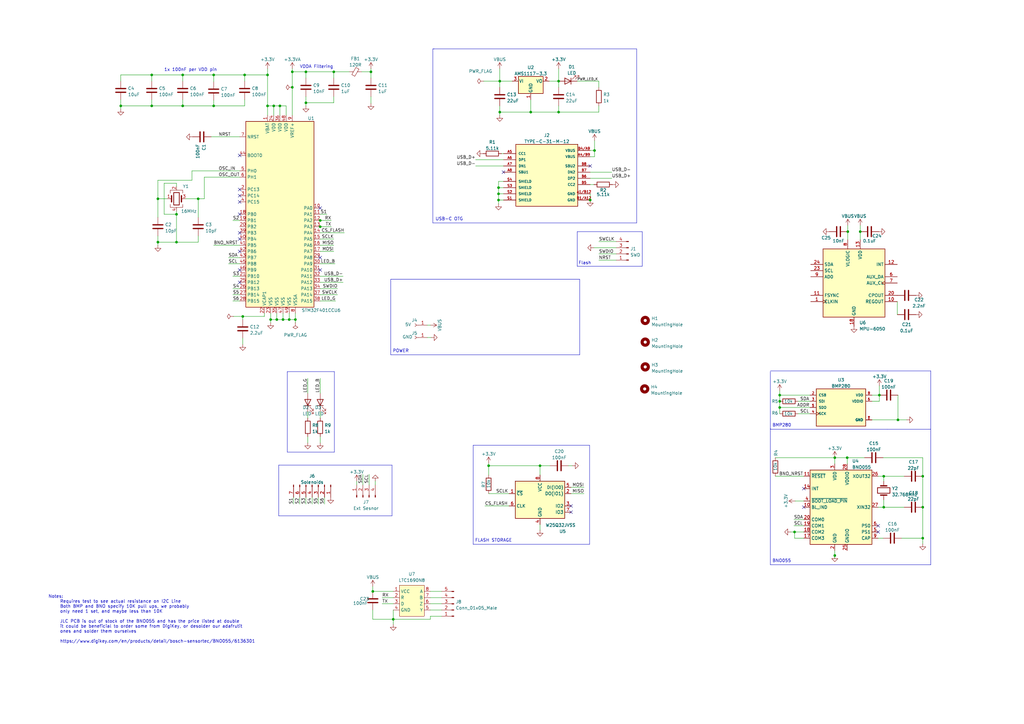
<source format=kicad_sch>
(kicad_sch (version 20230121) (generator eeschema)
  (paper "A3")
  (junction (at 325.882 218.186))
  (junction (at 99.568 129.794))
  (junction (at 74.93 30.734))
  (junction (at 319.786 167.132))
  (junction (at 110.998 131.064))
  (junction (at 342.392 187.706))
  (junction (at 229.108 45.974))
  (junction (at 319.786 162.052))
  (junction (at 362.458 208.026))
  (junction (at 368.3 172.212))
  (junction (at 319.786 164.592))
  (junction (at 243.84 61.722))
  (junction (at 342.392 227.838))
  (junction (at 72.39 87.884))
  (junction (at 81.28 81.534))
  (junction (at 74.93 43.434))
  (junction (at 204.47 76.962))
  (junction (at 362.458 195.326))
  (junction (at 352.806 94.996))
  (junction (at 64.77 99.314))
  (junction (at 204.47 82.042))
  (junction (at 136.906 29.464))
  (junction (at 378.46 195.326))
  (junction (at 64.77 81.534))
  (junction (at 118.618 131.064))
  (junction (at 87.63 30.734))
  (junction (at 72.39 99.314))
  (junction (at 125.476 29.464))
  (junction (at 204.47 79.502))
  (junction (at 113.538 131.064))
  (junction (at 152.146 29.464))
  (junction (at 360.68 162.052))
  (junction (at 221.488 191.008))
  (junction (at 204.978 33.274))
  (junction (at 161.29 254))
  (junction (at 114.808 43.434))
  (junction (at 378.46 220.726))
  (junction (at 347.472 187.706))
  (junction (at 229.108 33.274))
  (junction (at 119.888 35.814))
  (junction (at 116.078 131.064))
  (junction (at 119.888 29.464))
  (junction (at 100.33 30.734))
  (junction (at 109.728 30.734))
  (junction (at 347.726 94.996))
  (junction (at 112.268 43.434))
  (junction (at 217.678 45.974))
  (junction (at 109.728 43.434))
  (junction (at 152.908 242.57))
  (junction (at 62.23 30.734))
  (junction (at 131.318 92.964))
  (junction (at 49.53 43.434))
  (junction (at 131.318 90.424))
  (junction (at 121.158 131.064))
  (junction (at 62.23 43.434))
  (junction (at 125.476 42.164))
  (junction (at 204.978 45.974))
  (junction (at 242.062 82.042))
  (junction (at 200.406 191.008))
  (junction (at 87.63 43.434))
  (junction (at 378.46 208.026))
  (no_connect (at 206.502 70.612))
  (no_connect (at 98.298 115.824))
  (no_connect (at 98.298 110.744))
  (no_connect (at 98.298 98.044))
  (no_connect (at 98.298 77.724))
  (no_connect (at 131.318 85.344))
  (no_connect (at 98.298 80.264))
  (no_connect (at 98.298 82.804))
  (no_connect (at 98.298 87.884))
  (no_connect (at 98.298 63.754))
  (no_connect (at 242.062 68.072))
  (no_connect (at 329.692 200.406))
  (no_connect (at 360.172 218.186))
  (no_connect (at 360.172 215.646))
  (no_connect (at 329.692 208.026))
  (no_connect (at 98.298 103.124))
  (no_connect (at 131.318 110.744))
  (no_connect (at 131.318 105.664))
  (no_connect (at 98.298 95.504))
  (no_connect (at 234.188 207.518))
  (no_connect (at 234.188 210.058))
  (wire (pts (xy 362.458 195.326) (xy 370.84 195.326)))
  (wire (pts (xy 156.718 245.11) (xy 161.29 245.11)))
  (polyline (pts (xy 236.728 94.996) (xy 236.728 109.22)))
  (wire (pts (xy 100.33 30.734) (xy 109.728 30.734)))
  (wire (pts (xy 161.29 254) (xy 161.29 250.19)))
  (wire (pts (xy 229.108 43.434) (xy 229.108 45.974)))
  (wire (pts (xy 362.204 187.706) (xy 378.46 187.706)))
  (polyline (pts (xy 315.976 152.4) (xy 315.976 176.022)))
  (wire (pts (xy 99.568 138.684) (xy 99.568 141.224)))
  (wire (pts (xy 72.39 87.884) (xy 72.39 86.614)))
  (wire (pts (xy 325.882 220.726) (xy 325.882 218.186)))
  (wire (pts (xy 319.786 164.592) (xy 319.786 167.132)))
  (wire (pts (xy 78.74 70.104) (xy 78.74 73.914)))
  (wire (pts (xy 252.73 99.06) (xy 245.618 99.06)))
  (wire (pts (xy 176.53 242.57) (xy 181.102 242.57)))
  (wire (pts (xy 64.77 81.534) (xy 64.77 89.154)))
  (wire (pts (xy 198.882 207.518) (xy 208.788 207.518)))
  (wire (pts (xy 136.906 39.624) (xy 136.906 42.164)))
  (wire (pts (xy 126.238 168.91) (xy 126.238 171.45)))
  (wire (pts (xy 119.888 35.814) (xy 119.888 47.244)))
  (wire (pts (xy 217.678 40.894) (xy 217.678 45.974)))
  (polyline (pts (xy 114.3 190.754) (xy 114.3 211.582)))
  (wire (pts (xy 126.238 179.07) (xy 126.238 181.61)))
  (polyline (pts (xy 381.762 231.648) (xy 381.762 176.022)))
  (wire (pts (xy 62.23 40.894) (xy 62.23 43.434)))
  (wire (pts (xy 362.458 208.026) (xy 360.172 208.026)))
  (wire (pts (xy 204.978 33.274) (xy 210.058 33.274)))
  (wire (pts (xy 360.172 220.726) (xy 362.204 220.726)))
  (polyline (pts (xy 160.274 145.542) (xy 237.744 145.542)))
  (wire (pts (xy 326.136 205.486) (xy 329.692 205.486)))
  (wire (pts (xy 109.728 28.194) (xy 109.728 30.734)))
  (wire (pts (xy 64.77 81.534) (xy 68.58 81.534)))
  (wire (pts (xy 74.93 40.894) (xy 74.93 43.434)))
  (wire (pts (xy 347.726 94.996) (xy 347.726 98.298)))
  (wire (pts (xy 378.46 195.326) (xy 378.46 208.026)))
  (wire (pts (xy 243.84 61.722) (xy 242.062 61.722)))
  (polyline (pts (xy 261.112 91.44) (xy 177.546 91.44)))
  (wire (pts (xy 242.062 70.612) (xy 250.952 70.612)))
  (wire (pts (xy 114.808 43.434) (xy 112.268 43.434)))
  (polyline (pts (xy 114.3 190.754) (xy 160.782 190.754)))
  (wire (pts (xy 152.146 28.194) (xy 152.146 29.464)))
  (wire (pts (xy 81.28 81.534) (xy 81.28 89.154)))
  (wire (pts (xy 342.392 225.806) (xy 342.392 227.838)))
  (wire (pts (xy 113.538 128.524) (xy 113.538 131.064)))
  (wire (pts (xy 200.406 189.992) (xy 200.406 191.008)))
  (wire (pts (xy 64.77 96.774) (xy 64.77 99.314)))
  (wire (pts (xy 78.74 73.914) (xy 64.77 73.914)))
  (wire (pts (xy 100.33 43.434) (xy 87.63 43.434)))
  (wire (pts (xy 204.978 28.194) (xy 204.978 33.274)))
  (wire (pts (xy 234.188 202.438) (xy 239.522 202.438)))
  (wire (pts (xy 67.31 75.184) (xy 67.31 87.884)))
  (polyline (pts (xy 381.762 152.146) (xy 381.762 176.022)))
  (wire (pts (xy 360.68 158.242) (xy 360.68 162.052)))
  (wire (pts (xy 229.108 45.974) (xy 217.678 45.974)))
  (wire (pts (xy 125.476 39.624) (xy 125.476 42.164)))
  (polyline (pts (xy 241.808 223.266) (xy 194.056 223.266)))
  (wire (pts (xy 100.33 33.274) (xy 100.33 30.734)))
  (polyline (pts (xy 194.056 182.626) (xy 241.808 182.626)))
  (wire (pts (xy 72.39 87.884) (xy 72.39 99.314)))
  (wire (pts (xy 130.556 206.756) (xy 130.556 203.962)))
  (wire (pts (xy 136.906 32.004) (xy 136.906 29.464)))
  (wire (pts (xy 72.39 75.184) (xy 67.31 75.184)))
  (wire (pts (xy 319.786 167.132) (xy 332.232 167.132)))
  (polyline (pts (xy 194.056 182.626) (xy 194.056 223.266)))
  (wire (pts (xy 126.238 155.194) (xy 126.238 161.29)))
  (wire (pts (xy 152.146 39.624) (xy 152.146 42.418)))
  (wire (pts (xy 131.318 115.824) (xy 140.716 115.824)))
  (polyline (pts (xy 117.856 185.42) (xy 137.16 185.42)))
  (wire (pts (xy 357.632 164.592) (xy 360.68 164.592)))
  (wire (pts (xy 368.3 172.212) (xy 371.856 172.212)))
  (wire (pts (xy 148.844 194.564) (xy 148.844 198.882)))
  (wire (pts (xy 204.978 33.274) (xy 204.978 35.814)))
  (polyline (pts (xy 315.976 152.146) (xy 363.982 152.146)))
  (wire (pts (xy 204.47 76.962) (xy 204.47 79.502)))
  (wire (pts (xy 86.614 56.134) (xy 98.298 56.134)))
  (wire (pts (xy 318.008 195.326) (xy 329.692 195.326)))
  (wire (pts (xy 121.158 131.064) (xy 121.158 132.334)))
  (wire (pts (xy 347.472 187.706) (xy 347.472 190.246)))
  (wire (pts (xy 109.728 30.734) (xy 109.728 43.434)))
  (wire (pts (xy 342.392 187.706) (xy 342.392 190.246)))
  (wire (pts (xy 152.908 254) (xy 161.29 254)))
  (wire (pts (xy 95.758 129.794) (xy 99.568 129.794)))
  (wire (pts (xy 131.318 123.444) (xy 137.668 123.444)))
  (wire (pts (xy 125.476 42.164) (xy 136.906 42.164)))
  (wire (pts (xy 117.348 43.434) (xy 114.808 43.434)))
  (wire (pts (xy 152.908 250.19) (xy 152.908 254)))
  (wire (pts (xy 245.618 33.274) (xy 245.618 35.814)))
  (wire (pts (xy 131.318 179.07) (xy 131.318 181.61)))
  (wire (pts (xy 198.374 33.274) (xy 204.978 33.274)))
  (wire (pts (xy 369.824 220.726) (xy 378.46 220.726)))
  (wire (pts (xy 113.538 131.064) (xy 110.998 131.064)))
  (polyline (pts (xy 160.274 114.554) (xy 160.274 145.542)))
  (wire (pts (xy 204.47 79.502) (xy 206.502 79.502)))
  (wire (pts (xy 245.618 45.974) (xy 229.108 45.974)))
  (wire (pts (xy 225.298 33.274) (xy 229.108 33.274)))
  (wire (pts (xy 121.158 128.524) (xy 121.158 131.064)))
  (wire (pts (xy 347.726 92.456) (xy 347.726 94.996)))
  (wire (pts (xy 121.158 131.064) (xy 118.618 131.064)))
  (wire (pts (xy 342.392 187.706) (xy 347.472 187.706)))
  (wire (pts (xy 357.632 172.212) (xy 368.3 172.212)))
  (wire (pts (xy 118.618 128.524) (xy 118.618 131.064)))
  (polyline (pts (xy 177.546 91.44) (xy 177.546 20.066)))
  (wire (pts (xy 136.906 29.464) (xy 143.256 29.464)))
  (wire (pts (xy 362.458 208.026) (xy 370.84 208.026)))
  (wire (pts (xy 233.172 191.008) (xy 234.696 191.008)))
  (wire (pts (xy 131.318 155.194) (xy 131.318 161.29)))
  (wire (pts (xy 72.39 76.454) (xy 72.39 75.184)))
  (polyline (pts (xy 160.274 114.554) (xy 237.744 114.554)))
  (polyline (pts (xy 261.112 20.066) (xy 261.112 91.44)))
  (polyline (pts (xy 236.728 94.996) (xy 263.398 94.996)))
  (wire (pts (xy 67.31 87.884) (xy 72.39 87.884)))
  (wire (pts (xy 131.318 118.364) (xy 138.43 118.364)))
  (wire (pts (xy 118.618 131.064) (xy 116.078 131.064)))
  (wire (pts (xy 128.016 206.756) (xy 128.016 203.962)))
  (wire (pts (xy 242.062 73.152) (xy 250.952 73.152)))
  (wire (pts (xy 245.618 106.68) (xy 252.73 106.68)))
  (wire (pts (xy 243.586 101.6) (xy 252.73 101.6)))
  (wire (pts (xy 131.318 98.044) (xy 136.906 98.044)))
  (wire (pts (xy 204.47 76.962) (xy 206.502 76.962)))
  (wire (pts (xy 234.188 199.898) (xy 239.522 199.898)))
  (wire (pts (xy 49.53 33.274) (xy 49.53 30.734)))
  (wire (pts (xy 87.63 43.434) (xy 74.93 43.434)))
  (wire (pts (xy 81.28 99.314) (xy 72.39 99.314)))
  (wire (pts (xy 206.502 74.422) (xy 204.47 74.422)))
  (wire (pts (xy 229.108 33.274) (xy 229.108 28.194)))
  (wire (pts (xy 152.146 29.464) (xy 152.146 32.004)))
  (wire (pts (xy 95.504 90.424) (xy 98.298 90.424)))
  (wire (pts (xy 125.476 29.464) (xy 119.888 29.464)))
  (wire (pts (xy 175.26 133.35) (xy 176.53 133.35)))
  (wire (pts (xy 242.062 79.502) (xy 242.062 82.042)))
  (wire (pts (xy 324.358 218.186) (xy 325.882 218.186)))
  (wire (pts (xy 243.84 57.658) (xy 243.84 61.722)))
  (wire (pts (xy 319.786 162.052) (xy 332.232 162.052)))
  (wire (pts (xy 175.26 138.43) (xy 176.784 138.43)))
  (wire (pts (xy 87.63 41.148) (xy 87.63 43.434)))
  (wire (pts (xy 87.63 30.734) (xy 87.63 33.528)))
  (wire (pts (xy 221.488 194.818) (xy 221.488 191.008)))
  (wire (pts (xy 112.268 43.434) (xy 112.268 47.244)))
  (wire (pts (xy 148.336 29.464) (xy 152.146 29.464)))
  (wire (pts (xy 325.628 215.646) (xy 329.692 215.646)))
  (polyline (pts (xy 263.398 109.22) (xy 236.728 109.22)))
  (wire (pts (xy 95.504 118.364) (xy 98.298 118.364)))
  (wire (pts (xy 119.888 28.194) (xy 119.888 29.464)))
  (wire (pts (xy 360.68 164.592) (xy 360.68 162.052)))
  (wire (pts (xy 378.46 208.026) (xy 378.46 220.726)))
  (wire (pts (xy 116.078 131.064) (xy 113.538 131.064)))
  (wire (pts (xy 342.392 227.838) (xy 342.392 228.854)))
  (polyline (pts (xy 177.546 20.066) (xy 178.054 20.066)))
  (wire (pts (xy 176.53 247.65) (xy 181.102 247.65)))
  (wire (pts (xy 122.936 206.756) (xy 122.936 203.962)))
  (polyline (pts (xy 363.982 176.022) (xy 315.976 176.022)))
  (wire (pts (xy 120.396 206.756) (xy 120.396 203.962)))
  (wire (pts (xy 83.82 81.534) (xy 81.28 81.534)))
  (wire (pts (xy 74.93 30.734) (xy 74.93 33.274)))
  (polyline (pts (xy 263.398 94.996) (xy 263.398 109.22)))
  (wire (pts (xy 200.406 202.438) (xy 208.788 202.438)))
  (wire (pts (xy 95.504 123.444) (xy 98.298 123.444)))
  (polyline (pts (xy 114.3 211.582) (xy 160.782 211.582)))
  (polyline (pts (xy 315.976 231.648) (xy 381.762 231.648)))
  (wire (pts (xy 87.63 30.734) (xy 100.33 30.734)))
  (wire (pts (xy 146.304 197.358) (xy 146.304 198.882)))
  (wire (pts (xy 125.476 42.164) (xy 125.476 43.434)))
  (wire (pts (xy 181.102 252.73) (xy 176.53 252.73)))
  (wire (pts (xy 62.23 43.434) (xy 49.53 43.434)))
  (polyline (pts (xy 241.808 182.626) (xy 241.808 223.266)))
  (polyline (pts (xy 137.16 152.4) (xy 117.856 152.4)))
  (wire (pts (xy 95.504 113.284) (xy 98.298 113.284)))
  (polyline (pts (xy 381.762 176.022) (xy 363.982 176.022)))
  (wire (pts (xy 156.718 247.65) (xy 161.29 247.65)))
  (polyline (pts (xy 237.744 145.542) (xy 237.744 114.554)))
  (wire (pts (xy 200.406 191.008) (xy 200.406 194.818)))
  (wire (pts (xy 204.47 79.502) (xy 204.47 82.042)))
  (wire (pts (xy 357.632 162.052) (xy 360.68 162.052)))
  (wire (pts (xy 204.47 74.422) (xy 204.47 76.962)))
  (wire (pts (xy 176.53 254) (xy 161.29 254)))
  (wire (pts (xy 221.488 191.008) (xy 225.552 191.008)))
  (wire (pts (xy 152.908 242.57) (xy 161.29 242.57)))
  (wire (pts (xy 204.978 45.974) (xy 204.978 47.244)))
  (wire (pts (xy 325.628 213.106) (xy 329.692 213.106)))
  (wire (pts (xy 83.82 72.644) (xy 83.82 81.534)))
  (wire (pts (xy 108.458 129.794) (xy 108.458 128.524)))
  (wire (pts (xy 204.978 43.434) (xy 204.978 45.974)))
  (wire (pts (xy 99.568 129.794) (xy 108.458 129.794)))
  (polyline (pts (xy 117.856 152.654) (xy 117.856 185.42)))
  (polyline (pts (xy 117.856 152.4) (xy 117.856 152.654)))
  (wire (pts (xy 131.318 95.504) (xy 141.224 95.504)))
  (wire (pts (xy 119.888 29.464) (xy 119.888 35.814)))
  (wire (pts (xy 131.318 100.584) (xy 136.906 100.584)))
  (wire (pts (xy 206.502 82.042) (xy 204.47 82.042)))
  (wire (pts (xy 131.318 103.124) (xy 136.906 103.124)))
  (wire (pts (xy 114.808 43.434) (xy 114.808 47.244)))
  (wire (pts (xy 136.906 29.464) (xy 125.476 29.464)))
  (wire (pts (xy 100.33 40.894) (xy 100.33 43.434)))
  (wire (pts (xy 217.678 45.974) (xy 204.978 45.974)))
  (wire (pts (xy 221.488 215.138) (xy 221.488 217.424)))
  (wire (pts (xy 195.072 68.072) (xy 206.502 68.072)))
  (wire (pts (xy 64.77 99.314) (xy 64.77 100.584)))
  (wire (pts (xy 327.406 164.592) (xy 332.232 164.592)))
  (wire (pts (xy 78.74 70.104) (xy 98.298 70.104)))
  (wire (pts (xy 319.786 162.052) (xy 319.786 164.592)))
  (wire (pts (xy 378.46 220.726) (xy 378.46 223.012)))
  (wire (pts (xy 206.502 65.532) (xy 195.072 65.532)))
  (wire (pts (xy 360.172 195.326) (xy 362.458 195.326)))
  (wire (pts (xy 135.8772 92.964) (xy 131.318 92.964)))
  (wire (pts (xy 131.318 168.91) (xy 131.318 171.45)))
  (wire (pts (xy 329.692 220.726) (xy 325.882 220.726)))
  (wire (pts (xy 131.318 87.884) (xy 134.112 87.884)))
  (wire (pts (xy 49.53 43.434) (xy 49.53 44.704)))
  (wire (pts (xy 362.458 195.326) (xy 362.458 197.358)))
  (wire (pts (xy 110.998 128.524) (xy 110.998 131.064)))
  (wire (pts (xy 325.882 218.186) (xy 329.692 218.186)))
  (wire (pts (xy 327.406 169.672) (xy 332.232 169.672)))
  (wire (pts (xy 319.786 160.274) (xy 319.786 162.052)))
  (polyline (pts (xy 160.782 211.582) (xy 160.782 190.754)))
  (wire (pts (xy 368.3 162.052) (xy 368.3 172.212)))
  (wire (pts (xy 204.47 82.042) (xy 204.47 83.566)))
  (wire (pts (xy 125.476 29.464) (xy 125.476 32.004)))
  (wire (pts (xy 242.062 75.692) (xy 243.586 75.692)))
  (wire (pts (xy 49.53 30.734) (xy 62.23 30.734)))
  (wire (pts (xy 116.078 128.524) (xy 116.078 131.064)))
  (wire (pts (xy 131.318 92.964) (xy 131.3052 92.964)))
  (wire (pts (xy 153.924 197.358) (xy 153.924 198.882)))
  (wire (pts (xy 109.728 43.434) (xy 109.728 47.244)))
  (wire (pts (xy 352.806 94.996) (xy 352.806 98.298)))
  (wire (pts (xy 131.318 120.904) (xy 138.43 120.904)))
  (wire (pts (xy 151.384 194.564) (xy 151.384 198.882)))
  (wire (pts (xy 245.618 43.434) (xy 245.618 45.974)))
  (wire (pts (xy 95.504 120.904) (xy 98.298 120.904)))
  (wire (pts (xy 135.8772 90.424) (xy 131.318 90.424)))
  (wire (pts (xy 236.728 33.274) (xy 245.618 33.274)))
  (wire (pts (xy 93.726 108.204) (xy 98.298 108.204)))
  (wire (pts (xy 368.046 129.032) (xy 368.046 123.698)))
  (wire (pts (xy 205.74 62.992) (xy 206.502 62.992)))
  (wire (pts (xy 110.998 131.064) (xy 110.998 132.334)))
  (wire (pts (xy 62.23 30.734) (xy 62.23 33.274)))
  (wire (pts (xy 99.568 131.064) (xy 99.568 129.794)))
  (wire (pts (xy 318.008 187.706) (xy 342.392 187.706)))
  (wire (pts (xy 81.28 96.774) (xy 81.28 99.314)))
  (wire (pts (xy 200.406 191.008) (xy 221.488 191.008)))
  (wire (pts (xy 117.348 47.244) (xy 117.348 43.434)))
  (wire (pts (xy 76.2 81.534) (xy 81.28 81.534)))
  (wire (pts (xy 74.93 43.434) (xy 62.23 43.434)))
  (wire (pts (xy 125.476 206.756) (xy 125.476 203.962)))
  (wire (pts (xy 131.318 113.284) (xy 140.716 113.284)))
  (wire (pts (xy 64.77 73.914) (xy 64.77 81.534)))
  (wire (pts (xy 83.82 72.644) (xy 98.298 72.644)))
  (wire (pts (xy 112.268 43.434) (xy 109.728 43.434)))
  (wire (pts (xy 176.53 250.19) (xy 181.102 250.19)))
  (wire (pts (xy 93.726 105.664) (xy 98.298 105.664)))
  (wire (pts (xy 362.458 204.978) (xy 362.458 208.026)))
  (wire (pts (xy 133.096 206.756) (xy 133.096 203.962)))
  (wire (pts (xy 176.53 252.73) (xy 176.53 254)))
  (polyline (pts (xy 137.16 185.42) (xy 137.16 152.4)))
  (polyline (pts (xy 315.976 175.768) (xy 315.976 231.648)))
  (wire (pts (xy 242.062 64.262) (xy 243.84 64.262)))
  (wire (pts (xy 378.46 187.706) (xy 378.46 195.326)))
  (wire (pts (xy 352.806 92.456) (xy 352.806 94.996)))
  (wire (pts (xy 131.318 108.204) (xy 137.414 108.204)))
  (wire (pts (xy 87.63 100.584) (xy 98.298 100.584)))
  (wire (pts (xy 62.23 30.734) (xy 74.93 30.734)))
  (wire (pts (xy 243.84 64.262) (xy 243.84 61.722)))
  (wire (pts (xy 161.29 254) (xy 161.29 256.032)))
  (wire (pts (xy 131.318 90.424) (xy 131.3052 90.424)))
  (wire (pts (xy 347.472 187.706) (xy 354.584 187.706)))
  (wire (pts (xy 72.39 99.314) (xy 64.77 99.314)))
  (wire (pts (xy 319.786 167.132) (xy 319.786 169.672)))
  (wire (pts (xy 152.908 240.538) (xy 152.908 242.57)))
  (wire (pts (xy 49.53 40.894) (xy 49.53 43.434)))
  (wire (pts (xy 229.108 33.274) (xy 229.108 35.814)))
  (wire (pts (xy 74.93 30.734) (xy 87.63 30.734)))
  (wire (pts (xy 176.53 245.11) (xy 181.102 245.11)))
  (polyline (pts (xy 177.8 20.066) (xy 261.112 20.066)))
  (wire (pts (xy 252.73 104.14) (xy 245.618 104.14)))
  (polyline (pts (xy 363.982 152.146) (xy 381.762 152.146)))
  (text "VDDA Filtering" (at 122.936 28.194 0) (effects (font (size 1.27 1.27)) (justify left bottom)))
  (text "Flash" (at 237.236 108.712 0) (effects (font (size 1.27 1.27)) (justify left bottom)))
  (text "FLASH STORAGE" (at 194.818 222.504 0) (effects (font (size 1.27 1.27)) (justify left bottom)))
  (text "1x 100nF per VDD pin" (at 67.31 29.464 0) (effects (font (size 1.27 1.27)) (justify left bottom)))
  (text "Notes:\n	Requires test to see actual resistance on I2C Line\n	Both BMP and BNO specify 10K pull ups, we probably\n	only need 1 set, and maybe less than 10K\n\n	JLC PCB is out of stock of the BNO055 and has the price listed at double\n	it could be beneficial to order some from DigiKey, or desolder our adafrutit\n	ones and solder them ourselves\n\n	https://www.digikey.com/en/products/detail/bosch-sensortec/BNO055/6136301" (at 19.812 263.906 0) (effects (font (size 1.27 1.27)) (justify left bottom)))
  (text "USB-C OTG" (at 178.562 90.678 0) (effects (font (size 1.27 1.27)) (justify left bottom)))
  (text "BNO055" (at 316.738 230.886 0) (effects (font (size 1.27 1.27)) (justify left bottom)))
  (text "BMP280" (at 316.738 175.26 0) (effects (font (size 1.27 1.27)) (justify left bottom)))
  (text "POWER" (at 161.036 144.78 0) (effects (font (size 1.27 1.27)) (justify left bottom)))
  (label "SCL" (at 151.384 194.564 270))
  (label "USB_D-" (at 140.716 113.284 180))
  (label "USB_D+" (at 140.716 115.824 180))
  (label "S2" (at 122.936 206.756 90))
  (label "S1" (at 120.396 206.756 90))
  (label "SCL" (at 93.726 108.204 0))
  (label "SCL" (at 328.168 169.672 0))
  (label "USB_D-" (at 195.072 68.072 180))
  (label "LED_B" (at 137.414 108.204 180))
  (label "USB_D+" (at 195.072 65.532 180))
  (label "OSC_IN" (at 89.662 70.104 0))
  (label "BNO_NRST" (at 87.63 100.584 0))
  (label "SWCLK" (at 245.618 99.06 0))
  (label "CS_FLASH" (at 141.224 95.504 180))
  (label "LED_G" (at 137.668 123.444 180))
  (label "SWDIO" (at 245.618 104.14 0))
  (label "S5" (at 130.556 206.756 90))
  (label "S3" (at 125.476 206.756 90))
  (label "OSC_OUT" (at 89.662 72.644 0))
  (label "NRST" (at 245.618 106.68 0))
  (label "TX" (at 135.8772 92.964 180))
  (label "USB_D-" (at 250.952 70.612 0))
  (label "S6" (at 95.504 123.444 0))
  (label "CS_FLASH" (at 198.882 207.518 0))
  (label "MOSI" (at 239.522 199.898 180))
  (label "SWCLK" (at 138.43 120.904 180))
  (label "S4" (at 95.504 118.364 0))
  (label "SDA" (at 93.726 105.664 0))
  (label "SDA" (at 328.168 164.592 0))
  (label "SDA" (at 148.844 194.564 270))
  (label "SCLK" (at 203.454 202.438 0))
  (label "LED_B" (at 131.318 155.194 270))
  (label "S1" (at 134.112 87.884 180))
  (label "MISO" (at 136.906 100.584 180))
  (label "PWR_LED_K" (at 236.728 33.274 0) (effects (font (size 1 1))))
  (label "BNO_NRST" (at 319.532 195.326 0))
  (label "SCLK" (at 136.906 98.044 180))
  (label "RX" (at 135.8772 90.424 180))
  (label "S6" (at 133.096 206.756 90))
  (label "USB_D+" (at 250.952 73.152 0))
  (label "S2" (at 95.504 90.424 0))
  (label "S4" (at 128.016 206.756 90))
  (label "SWDIO" (at 138.43 118.364 180))
  (label "NRST" (at 89.662 56.134 0))
  (label "ADDR" (at 326.898 167.132 0))
  (label "SCL" (at 325.628 215.646 0))
  (label "S5" (at 95.504 120.904 0))
  (label "LED_G" (at 126.238 155.194 270))
  (label "TX" (at 156.718 247.65 0))
  (label "S3" (at 95.504 113.284 0))
  (label "RX" (at 156.718 245.11 0))
  (label "MISO" (at 239.522 202.438 180))
  (label "SDA" (at 325.628 213.106 0))
  (label "MOSI" (at 136.906 103.124 180))
  (symbol (lib_id "power:GND") (at 99.568 141.224 0) (unit 1)
    (property "Reference" "#PWR0116" (effects hide))
    (property "Value" "GND" (effects hide))
  )
  (symbol (lib_name "GND_1") (lib_id "power:GND") (at 350.266 133.858 0) (unit 1)
    (property "Reference" "#PWR03" (effects hide))
    (property "Value" "GND" (effects hide))
  )
  (symbol (lib_id "power:GND") (at 126.238 181.61 0) (unit 1)
    (property "Reference" "#PWR0136" (effects hide))
    (property "Value" "GND" (effects hide))
  )
  (symbol (lib_name "GND_2") (lib_id "power:GND") (at 360.426 94.996 90) (unit 1)
    (property "Reference" "#PWR07" (effects hide))
    (property "Value" "GND" (effects hide))
  )
  (symbol (lib_id "power:GND") (at 135.636 203.962 0) (unit 1)
    (property "Reference" "#PWR0137" (effects hide))
    (property "Value" "GND" (effects hide))
  )
  (symbol (lib_id "power:GND") (at 110.998 132.334 0) (unit 1)
    (property "Reference" "#PWR0117" (effects hide))
    (property "Value" "GND" (effects hide))
  )
  (symbol (lib_id "power:GND") (at 324.358 218.186 270) (unit 1)
    (property "Reference" "#PWR0123" (effects hide))
    (property "Value" "GND" (effects hide))
  )
  (symbol (lib_id "Connector:Conn_01x01_Female") (at 170.18 133.35 0) (mirror y) (unit 1)
    (property "Reference" "J4" (at 171.196 131.318 0) (effects (justify left)))
    (property "Value" "5V" (at 168.656 133.096 0) (effects (justify left)))
    (property "Footprint" "TestPoint:TestPoint_THTPad_2.5x2.5mm_Drill1.2mm" (effects hide))
  )
  (symbol (lib_id "power:VBUS") (at 347.726 92.456 0) (mirror y) (unit 1)
    (property "Reference" "#PWR09" (effects hide))
    (property "Value" "VBUS" (at 347.726 88.646 0))
  )
  (symbol (lib_id "power:VBUS") (at 352.806 92.456 0) (mirror y) (unit 1)
    (property "Reference" "#PWR06" (effects hide))
    (property "Value" "VBUS" (at 352.806 88.646 0))
  )
  (symbol (lib_id "Device:R") (at 323.596 164.592 90) (unit 1)
    (property "Reference" "R5" (at 316.484 164.592 90) (effects (justify right)))
    (property "Value" "10k" (at 321.564 164.592 90) (effects (justify right)))
    (property "Footprint" "Resistor_SMD:R_0402_1005Metric" (effects hide))
    (property "JLCPCB#" "C60490" (effects hide))
  )
  (symbol (lib_id "power:GND") (at 342.392 227.838 0) (unit 1)
    (property "Reference" "#PWR0125" (effects hide))
    (property "Value" "GND" (effects hide))
  )
  (symbol (lib_id "power:GND") (at 78.994 56.134 270) (unit 1)
    (property "Reference" "#PWR0101" (effects hide))
    (property "Value" "GND" (effects hide))
  )
  (symbol (lib_id "power:GND") (at 152.146 42.418 0) (unit 1)
    (property "Reference" "#PWR0107" (effects hide))
    (property "Value" "GND" (effects hide))
  )
  (symbol (lib_id "Mechanical:MountingHole") (at 264.6397 131.4315 0) (unit 1)
    (property "Reference" "H1" (at 267.1797 130.5968 0) (effects (justify left)))
    (property "Value" "MountingHole" (at 267.1797 133.1337 0) (effects (justify left)))
    (property "Footprint" "MountingHole:MountingHole_3.2mm_M3" (effects hide))
  )
  (symbol (lib_id "Device:R") (at 318.008 191.516 0) (unit 1)
    (property "Reference" "R4" (at 318.262 184.404 90) (effects (justify right)))
    (property "Value" "10k" (at 318.008 189.484 90) (effects (justify right)))
    (property "Footprint" "Resistor_SMD:R_0402_1005Metric" (effects hide))
    (property "JLCPCB#" "C60490" (effects hide))
  )
  (symbol (lib_id "Sensor_Motion:BNO055") (at 344.932 208.026 0) (unit 1)
    (property "Reference" "U4" (at 349.4914 189.0862 0) (effects (justify left)))
    (property "Value" "BNO055" (at 349.4914 191.6231 0) (effects (justify left)))
    (property "Footprint" "Package_LGA:LGA-28_5.2x3.8mm_P0.5mm" (effects hide))
    (property "Datasheet" "https://ae-bst.resource.bosch.com/media/_tech/media/datasheets/BST_BNO055_DS000_14.pdf" (effects hide))
    (property "JLCPCB#" "C93216" (effects hide))
  )
  (symbol (lib_id "Memory_Flash:W25Q32JVSS") (at 221.488 204.978 0) (unit 1)
    (property "Reference" "U5" (at 229.362 217.932 0) (effects (justify left)))
    (property "Value" "W25Q32JVSS" (at 223.774 215.392 0) (effects (justify left)))
    (property "Footprint" "Package_SO:SOIC-8_5.23x5.23mm_P1.27mm" (effects hide))
    (property "Datasheet" "http://www.winbond.com/resource-files/w25q32jv%20revg%2003272018%20plus.pdf" (effects hide))
    (property "JLCPCB#" "C82344" (effects hide))
  )
  (symbol (lib_id "Device:FerriteBead_Small") (at 145.796 29.464 90) (unit 1)
    (property "Reference" "FB1" (at 145.7579 24.0624 90))
    (property "Value" "120R" (at 145.7579 26.5993 90))
    (property "Footprint" "Inductor_SMD:L_0603_1608Metric" (effects hide))
    (property "JLCPCB#" "C85831" (effects hide))
  )
  (symbol (lib_id "power:PWR_FLAG") (at 119.888 35.814 90) (unit 1)
    (property "Reference" "#FLG0101" (effects hide))
    (property "Value" "PWR_FLAG" (effects hide))
  )
  (symbol (lib_id "Device:C") (at 371.856 121.158 90) (unit 1)
    (property "Reference" "C22" (at 376.936 122.936 90))
    (property "Value" "2.2nF" (at 376.936 125.476 90))
  )
  (symbol (lib_id "power:GND") (at 49.53 44.704 0) (unit 1)
    (property "Reference" "#PWR0102" (effects hide))
    (property "Value" "GND" (effects hide))
  )
  (symbol (lib_id "TYPE-C-31-M-12:TYPE-C-31-M-12") (at 224.282 71.882 0) (unit 1)
    (property "Reference" "J2" (at 224.282 55.4822 0))
    (property "Value" "TYPE-C-31-M-12" (at 224.282 58.0191 0))
    (property "Footprint" "USBC:HRO_TYPE-C-31-M-12" (effects hide))
    (property "SNAPEDA_PN" "TYPE-C-31-M-12" (effects hide))
    (property "MAXIMUM_PACKAGE_HEIGHT" "3.26 mm" (effects hide))
    (property "MANUFACTURER" "HRO Electronics Co., Ltd." (effects hide))
    (property "PARTREV" "2020.12.08" (effects hide))
    (property "STANDARD" "Manufacturer Recommendations" (effects hide))
    (property "JLCPCB#" "C165948" (effects hide))
  )
  (symbol (lib_id "power:+3.3V") (at 319.786 160.274 0) (unit 1)
    (property "Reference" "#PWR0120" (effects hide))
    (property "Value" "+3.3V" (at 319.786 156.464 0))
  )
  (symbol (lib_id "Device:C") (at 152.146 35.814 0) (unit 1)
    (property "Reference" "C11" (at 155.067 34.9793 0) (effects (justify left)))
    (property "Value" "1uF" (at 155.067 37.5162 0) (effects (justify left)))
    (property "Footprint" "Capacitor_SMD:C_0402_1005Metric" (effects hide))
    (property "JLCPCB#" "C52923" (effects hide))
  )
  (symbol (lib_id "Device:R") (at 126.238 175.26 0) (unit 1)
    (property "Reference" "R8" (at 128.016 174.4253 0) (effects (justify left)))
    (property "Value" "1k" (at 128.016 176.9622 0) (effects (justify left)))
    (property "Footprint" "Resistor_SMD:R_0402_1005Metric" (effects hide))
    (property "JLCPCB#" "C11702" (effects hide))
  )
  (symbol (lib_id "Regulator_Linear:AMS1117-3.3") (at 217.678 33.274 0) (unit 1)
    (property "Reference" "U2" (at 217.678 27.6692 0))
    (property "Value" "AMS1117-3.3" (at 217.678 30.2061 0))
    (property "Footprint" "Package_TO_SOT_SMD:SOT-223-3_TabPin2" (effects hide))
    (property "Datasheet" "http://www.advanced-monolithic.com/pdf/ds1117.pdf" (effects hide))
    (property "JLCPCB#" "C6186" (effects hide))
  )
  (symbol (lib_id "Device:R") (at 247.396 75.692 270) (unit 1)
    (property "Reference" "R2" (at 247.396 77.978 90))
    (property "Value" "5.11k" (at 247.396 79.756 90))
    (property "Footprint" "Resistor_SMD:R_0402_1005Metric" (effects hide))
    (property "JLCPCB#" "C25906" (effects hide))
  )
  (symbol (lib_id "Device:C") (at 152.908 246.38 0) (mirror y) (unit 1)
    (property "Reference" "C23" (at 147.574 245.618 0) (effects (justify right)))
    (property "Value" "100nF" (at 144.78 247.396 0) (effects (justify right)))
    (property "Footprint" "Capacitor_SMD:C_0402_1005Metric" (effects hide))
    (property "JLCPCB#" "C307331" (effects hide))
  )
  (symbol (lib_id "power:GND") (at 198.12 62.992 270) (unit 1)
    (property "Reference" "#PWR0112" (effects hide))
    (property "Value" "GND" (effects hide))
  )
  (symbol (lib_id "Device:C") (at 64.77 92.964 0) (unit 1)
    (property "Reference" "C2" (at 67.691 92.1293 0) (effects (justify left)))
    (property "Value" "10pF" (at 67.691 94.6662 0) (effects (justify left)))
    (property "Footprint" "Capacitor_SMD:C_0402_1005Metric" (effects hide))
    (property "JLCPCB#" "C32949" (effects hide))
  )
  (symbol (lib_id "power:+3.3V") (at 360.68 158.242 0) (unit 1)
    (property "Reference" "#PWR0119" (effects hide))
    (property "Value" "+3.3V" (at 360.68 154.432 0))
  )
  (symbol (lib_id "lt1690n8:LT1690N8") (at 168.91 246.38 0) (unit 1)
    (property "Reference" "U7" (at 168.91 235.458 0))
    (property "Value" "LTC1690N8" (at 168.91 237.998 0))
    (property "Footprint" "LTC1690N8:LTC1690N8" (effects hide))
  )
  (symbol (lib_name "GND_2") (lib_id "power:GND") (at 375.666 129.032 90) (unit 1)
    (property "Reference" "#PWR04" (effects hide))
    (property "Value" "GND" (effects hide))
  )
  (symbol (lib_id "Device:C") (at 49.53 37.084 0) (unit 1)
    (property "Reference" "C4" (at 52.451 36.2493 0) (effects (justify left)))
    (property "Value" "10uF" (at 52.451 38.7862 0) (effects (justify left)))
    (property "Footprint" "Capacitor_SMD:C_0603_1608Metric" (effects hide))
    (property "JLCPCB#" "C19702" (effects hide))
  )
  (symbol (lib_id "power:GND") (at 378.46 223.012 0) (unit 1)
    (property "Reference" "#PWR0122" (effects hide))
    (property "Value" "GND" (effects hide))
  )
  (symbol (lib_id "power:GND") (at 242.062 82.042 0) (unit 1)
    (property "Reference" "#PWR0114" (effects hide))
    (property "Value" "GND" (effects hide))
  )
  (symbol (lib_id "power:+3.3V") (at 200.406 189.992 0) (unit 1)
    (property "Reference" "#PWR0127" (effects hide))
    (property "Value" "+3.3V" (at 200.406 186.182 0))
  )
  (symbol (lib_id "power:VBUS") (at 176.53 133.35 270) (mirror x) (unit 1)
    (property "Reference" "#PWR01" (effects hide))
    (property "Value" "VBUS" (at 180.34 133.35 0))
  )
  (symbol (lib_id "MCU_ST_STM32F4:STM32F401CCUx") (at 116.078 87.884 0) (unit 1)
    (property "Reference" "U1" (at 126.238 48.514 0) (effects (justify left)))
    (property "Value" "STM32F401CCU6" (at 123.698 127.254 0) (effects (justify left)))
    (property "Footprint" "Package_DFN_QFN:QFN-48-1EP_7x7mm_P0.5mm_EP5.6x5.6mm" (effects hide))
    (property "Datasheet" "http://www.st.com/st-web-ui/static/active/en/resource/technical/document/datasheet/DM00086815.pdf" (effects hide))
    (property "JLCPCB#" "C79861" (effects hide))
  )
  (symbol (lib_id "Device:C") (at 366.014 220.726 90) (unit 1)
    (property "Reference" "C16" (at 366.014 214.8672 90))
    (property "Value" "100nF" (at 366.014 217.4041 90))
    (property "Footprint" "Capacitor_SMD:C_0402_1005Metric" (effects hide))
    (property "JLCPCB#" "C307331" (effects hide))
  )
  (symbol (lib_id "power:VBUS") (at 204.978 28.194 0) (unit 1)
    (property "Reference" "#PWR0111" (effects hide))
    (property "Value" "VBUS" (at 204.978 24.384 0))
  )
  (symbol (lib_id "Device:R") (at 323.596 169.672 90) (unit 1)
    (property "Reference" "R6" (at 316.484 169.418 90) (effects (justify right)))
    (property "Value" "10k" (at 321.564 169.672 90) (effects (justify right)))
    (property "Footprint" "Resistor_SMD:R_0402_1005Metric" (effects hide))
    (property "JLCPCB#" "C60490" (effects hide))
  )
  (symbol (lib_id "power:GND") (at 204.47 83.566 0) (unit 1)
    (property "Reference" "#PWR0130" (effects hide))
    (property "Value" "GND" (effects hide))
  )
  (symbol (lib_id "power:GND") (at 125.476 43.434 0) (unit 1)
    (property "Reference" "#PWR0106" (effects hide))
    (property "Value" "GND" (effects hide))
  )
  (symbol (lib_name "GND_2") (lib_id "power:GND") (at 375.666 121.158 90) (unit 1)
    (property "Reference" "#PWR05" (effects hide))
    (property "Value" "GND" (effects hide))
  )
  (symbol (lib_id "Connector:Conn_01x04_Male") (at 257.81 104.14 180) (unit 1)
    (property "Reference" "J1" (at 258.5212 102.0353 0) (effects (justify right)))
    (property "Value" "SWD" (at 258.5212 104.5722 0) (effects (justify right)))
    (property "Footprint" "Connector_PinHeader_2.54mm:PinHeader_1x04_P2.54mm_Vertical" (effects hide))
  )
  (symbol (lib_id "power:GND") (at 371.856 172.212 90) (unit 1)
    (property "Reference" "#PWR0121" (effects hide))
    (property "Value" "GND" (effects hide))
  )
  (symbol (lib_id "power:PWR_FLAG") (at 95.758 129.794 90) (unit 1)
    (property "Reference" "#FLG0104" (effects hide))
    (property "Value" "PWR_FLAG" (effects hide))
  )
  (symbol (lib_id "Connector:Conn_01x07_Male") (at 128.016 198.882 270) (unit 1)
    (property "Reference" "J6" (at 128.016 195.233 90))
    (property "Value" "Solenoids" (at 128.016 197.7699 90))
    (property "Footprint" "Connector_PinHeader_2.54mm:PinHeader_1x07_P2.54mm_Vertical" (effects hide))
  )
  (symbol (lib_id "Device:C") (at 99.568 134.874 0) (unit 1)
    (property "Reference" "C12" (at 102.489 134.0393 0) (effects (justify left)))
    (property "Value" "2.2uF" (at 102.489 136.5762 0) (effects (justify left)))
    (property "Footprint" "Capacitor_SMD:C_0402_1005Metric" (effects hide))
    (property "JLCPCB#" "C12530" (effects hide))
  )
  (symbol (lib_id "BMP280:BMP280") (at 344.932 167.132 0) (unit 1)
    (property "Reference" "U3" (at 344.932 155.8122 0))
    (property "Value" "BMP280" (at 344.932 158.3491 0))
    (property "Footprint" "XDCR_BMP280" (effects hide))
    (property "STANDARD" "MANUFACTURER RECOMMENDATIONS" (effects hide))
    (property "MANUFACTURER" "Bosch" (effects hide))
    (property "MP" "BMP280" (effects hide))
    (property "PART_REV" "1.19" (effects hide))
    (property "JLCPCB#" "C83291" (effects hide))
  )
  (symbol (lib_id "Device:LED") (at 126.238 165.1 90) (unit 1)
    (property "Reference" "D2" (at 124.079 167.1228 90) (effects (justify right)))
    (property "Value" "LED" (at 124.079 169.6597 90) (effects (justify right)))
    (property "Footprint" "LED_SMD:LED_0603_1608Metric" (effects hide))
    (property "JLCPCB#" "C273598" (effects hide))
  )
  (symbol (lib_id "power:GND") (at 161.29 256.032 0) (unit 1)
    (property "Reference" "#PWR0142" (effects hide))
    (property "Value" "GND" (effects hide))
  )
  (symbol (lib_id "power:GND") (at 234.696 191.008 90) (unit 1)
    (property "Reference" "#PWR0128" (effects hide))
    (property "Value" "GND" (effects hide))
  )
  (symbol (lib_id "power:+3.3V") (at 146.304 197.358 0) (unit 1)
    (property "Reference" "#PWR0138" (effects hide))
    (property "Value" "+3.3V" (at 146.304 193.548 0))
  )
  (symbol (lib_id "power:GND") (at 64.77 100.584 0) (unit 1)
    (property "Reference" "#PWR0108" (effects hide))
    (property "Value" "GND" (effects hide))
  )
  (symbol (lib_id "Device:LED") (at 232.918 33.274 180) (unit 1)
    (property "Reference" "D1" (at 234.5055 27.4152 0))
    (property "Value" "LED" (at 234.5055 29.9521 0))
    (property "Footprint" "LED_SMD:LED_0603_1608Metric" (effects hide))
    (property "JLCPCB#" "C273598" (effects hide))
  )
  (symbol (lib_id "power:PWR_FLAG") (at 121.158 132.334 180) (unit 1)
    (property "Reference" "#FLG0103" (effects hide))
    (property "Value" "PWR_FLAG" (at 121.158 137.414 0))
  )
  (symbol (lib_id "power:GND") (at 176.784 138.43 90) (unit 1)
    (property "Reference" "#PWR0133" (effects hide))
    (property "Value" "GND" (effects hide))
  )
  (symbol (lib_id "power:+3.3V") (at 326.136 205.486 90) (unit 1)
    (property "Reference" "#PWR0124" (effects hide))
    (property "Value" "+3.3V" (at 322.326 205.486 0))
  )
  (symbol (lib_id "Device:C") (at 125.476 35.814 0) (unit 1)
    (property "Reference" "C9" (at 128.397 34.9793 0) (effects (justify left)))
    (property "Value" "10nF" (at 128.397 37.5162 0) (effects (justify left)))
    (property "Footprint" "Capacitor_SMD:C_0402_1005Metric" (effects hide))
    (property "Datasheet" "https://datasheet.lcsc.com/lcsc/1808291033_Johanson-Dielectrics-250R07W103KV4T_C167438.pdf" (effects hide))
    (property "JLCPCB#" "C15195" (effects hide))
  )
  (symbol (lib_id "Device:C") (at 62.23 37.084 0) (unit 1)
    (property "Reference" "C5" (at 65.151 36.2493 0) (effects (justify left)))
    (property "Value" "100nF" (at 65.151 38.7862 0) (effects (justify left)))
    (property "Footprint" "Capacitor_SMD:C_0402_1005Metric" (effects hide))
    (property "JLCPCB#" "C307331" (effects hide))
  )
  (symbol (lib_id "power:+3.3V") (at 109.728 28.194 0) (unit 1)
    (property "Reference" "#PWR0104" (effects hide))
    (property "Value" "+3.3V" (at 109.728 24.384 0))
  )
  (symbol (lib_id "Device:R") (at 200.406 198.628 0) (unit 1)
    (property "Reference" "R7" (at 198.374 197.358 90) (effects (justify right)))
    (property "Value" "10k" (at 200.406 196.596 90) (effects (justify right)))
    (property "Footprint" "Resistor_SMD:R_0402_1005Metric" (effects hide))
    (property "JLCPCB#" "C60490" (effects hide))
  )
  (symbol (lib_id "Device:LED") (at 131.318 165.1 90) (unit 1)
    (property "Reference" "D3" (at 129.159 167.1228 90) (effects (justify right)))
    (property "Value" "LED" (at 129.159 169.6597 90) (effects (justify right)))
    (property "Footprint" "LED_SMD:LED_0603_1608Metric" (effects hide))
    (property "JLCPCB#" "C273598" (effects hide))
  )
  (symbol (lib_id "Mechanical:MountingHole") (at 264.6397 140.3215 0) (unit 1)
    (property "Reference" "H2" (at 267.1797 139.4868 0) (effects (justify left)))
    (property "Value" "MountingHole" (at 267.1797 142.0237 0) (effects (justify left)))
    (property "Footprint" "MountingHole:MountingHole_3.2mm_M3" (effects hide))
  )
  (symbol (lib_id "Connector:Conn_01x01_Female") (at 170.18 138.43 0) (mirror y) (unit 1)
    (property "Reference" "J5" (at 171.196 136.652 0) (effects (justify left)))
    (property "Value" "GND" (at 169.164 138.176 0) (effects (justify left)))
    (property "Footprint" "TestPoint:TestPoint_THTPad_2.5x2.5mm_Drill1.2mm" (effects hide))
  )
  (symbol (lib_id "Device:C") (at 364.49 162.052 270) (unit 1)
    (property "Reference" "C19" (at 364.49 156.1932 90))
    (property "Value" "100nF" (at 364.49 158.7301 90))
    (property "Footprint" "Capacitor_SMD:C_0402_1005Metric" (effects hide))
    (property "JLCPCB#" "C307331" (effects hide))
  )
  (symbol (lib_id "power:GND") (at 251.206 75.692 90) (unit 1)
    (property "Reference" "#PWR0118" (effects hide))
    (property "Value" "GND" (effects hide))
  )
  (symbol (lib_id "power:VBUS") (at 152.908 240.538 0) (mirror y) (unit 1)
    (property "Reference" "#PWR02" (effects hide))
    (property "Value" "VBUS" (at 152.908 236.728 0))
  )
  (symbol (lib_id "Device:R") (at 201.93 62.992 90) (unit 1)
    (property "Reference" "R1" (at 201.93 58.2762 90))
    (property "Value" "5.11k" (at 201.93 60.8131 90))
    (property "Footprint" "Resistor_SMD:R_0402_1005Metric" (effects hide))
    (property "JLCPCB#" "C25906" (effects hide))
  )
  (symbol (lib_id "Device:C") (at 229.362 191.008 90) (unit 1)
    (property "Reference" "C20" (at 229.362 185.1492 90))
    (property "Value" "100nF" (at 229.362 187.6861 90))
    (property "Footprint" "Capacitor_SMD:C_0402_1005Metric" (effects hide))
    (property "JLCPCB#" "C307331" (effects hide))
  )
  (symbol (lib_id "power:GND") (at 204.978 47.244 0) (unit 1)
    (property "Reference" "#PWR0109" (effects hide))
    (property "Value" "GND" (effects hide))
  )
  (symbol (lib_id "Device:R") (at 245.618 39.624 0) (unit 1)
    (property "Reference" "R3" (at 247.396 38.7893 0) (effects (justify left)))
    (property "Value" "1k" (at 247.396 41.3262 0) (effects (justify left)))
    (property "Footprint" "Resistor_SMD:R_0402_1005Metric" (effects hide))
    (property "JLCPCB#" "C11702" (effects hide))
  )
  (symbol (lib_id "Device:C") (at 74.93 37.084 0) (unit 1)
    (property "Reference" "C6" (at 77.851 36.2493 0) (effects (justify left)))
    (property "Value" "100nF" (at 77.851 38.7862 0) (effects (justify left)))
    (property "Footprint" "Capacitor_SMD:C_0402_1005Metric" (effects hide))
    (property "JLCPCB#" "C307331" (effects hide))
  )
  (symbol (lib_id "Sensor_Motion:MPU-6050") (at 350.266 116.078 0) (unit 1)
    (property "Reference" "U6" (at 352.4601 132.334 0) (effects (justify left)))
    (property "Value" "MPU-6050" (at 352.4601 134.874 0) (effects (justify left)))
    (property "Footprint" "Sensor_Motion:InvenSense_QFN-24_4x4mm_P0.5mm" (effects hide))
    (property "Datasheet" "https://invensense.tdk.com/wp-content/uploads/2015/02/MPU-6000-Datasheet1.pdf" (effects hide))
  )
  (symbol (lib_id "power:+3.3V") (at 342.392 187.706 0) (unit 1)
    (property "Reference" "#PWR0129" (effects hide))
    (property "Value" "+3.3V" (at 342.392 183.896 0))
  )
  (symbol (lib_id "Mechanical:MountingHole") (at 264.414 159.512 0) (unit 1)
    (property "Reference" "H4" (at 266.954 158.6773 0) (effects (justify left)))
    (property "Value" "MountingHole" (at 266.954 161.2142 0) (effects (justify left)))
    (property "Footprint" "MountingHole:MountingHole_3.2mm_M3" (effects hide))
  )
  (symbol (lib_id "Device:Crystal") (at 362.458 201.168 90) (unit 1)
    (property "Reference" "Y2" (at 365.7854 200.3333 90) (effects (justify right)))
    (property "Value" "32.768Mhz" (at 365.7854 202.8702 90) (effects (justify right)))
    (property "Footprint" "Crystal:Crystal_SMD_3215-2Pin_3.2x1.5mm" (effects hide))
    (property "JLCPCB#" "C907540" (effects hide))
  )
  (symbol (lib_id "power:+3.3V") (at 152.146 28.194 0) (unit 1)
    (property "Reference" "#PWR0105" (effects hide))
    (property "Value" "+3.3V" (at 152.146 24.384 0))
  )
  (symbol (lib_id "Device:C") (at 358.394 187.706 90) (unit 1)
    (property "Reference" "C15" (at 358.394 181.8472 90))
    (property "Value" "100nF" (at 358.394 184.3841 90))
    (property "Footprint" "Capacitor_SMD:C_0402_1005Metric" (effects hide))
    (property "JLCPCB#" "C307331" (effects hide))
  )
  (symbol (lib_id "Device:C") (at 229.108 39.624 0) (unit 1)
    (property "Reference" "C14" (at 232.029 38.7893 0) (effects (justify left)))
    (property "Value" "22uF" (at 232.029 41.3262 0) (effects (justify left)))
    (property "Footprint" "Capacitor_SMD:C_0805_2012Metric" (effects hide))
    (property "JLCPCB#" "C5674" (effects hide))
  )
  (symbol (lib_id "power:GND") (at 221.488 217.424 0) (unit 1)
    (property "Reference" "#PWR0126" (effects hide))
    (property "Value" "GND" (effects hide))
  )
  (symbol (lib_id "Device:C") (at 87.63 37.338 0) (unit 1)
    (property "Reference" "C7" (at 90.551 36.5033 0) (effects (justify left)))
    (property "Value" "100nF" (at 90.551 39.0402 0) (effects (justify left)))
    (property "Footprint" "Capacitor_SMD:C_0402_1005Metric" (effects hide))
    (property "JLCPCB#" "C307331" (effects hide))
  )
  (symbol (lib_id "Device:C") (at 136.906 35.814 0) (unit 1)
    (property "Reference" "C10" (at 139.827 34.9793 0) (effects (justify left)))
    (property "Value" "1uF" (at 139.827 37.5162 0) (effects (justify left)))
    (property "Footprint" "Capacitor_SMD:C_0402_1005Metric" (effects hide))
    (property "JLCPCB#" "C52923" (effects hide))
  )
  (symbol (lib_id "Device:C") (at 204.978 39.624 0) (unit 1)
    (property "Reference" "C13" (at 207.899 38.7893 0) (effects (justify left)))
    (property "Value" "22uF" (at 207.899 41.3262 0) (effects (justify left)))
    (property "Footprint" "Capacitor_SMD:C_0805_2012Metric" (effects hide))
    (property "JLCPCB#" "C5674" (effects hide))
  )
  (symbol (lib_id "Device:C") (at 81.28 92.964 0) (unit 1)
    (property "Reference" "C3" (at 84.201 92.1293 0) (effects (justify left)))
    (property "Value" "10pF" (at 84.201 94.6662 0) (effects (justify left)))
    (property "Footprint" "Capacitor_SMD:C_0402_1005Metric" (effects hide))
    (property "JLCPCB#" "C32949" (effects hide))
  )
  (symbol (lib_id "Device:C") (at 343.916 94.996 90) (unit 1)
    (property "Reference" "C25" (at 338.836 97.536 90))
    (property "Value" "10nF" (at 343.916 98.806 90))
  )
  (symbol (lib_id "Device:C") (at 371.856 129.032 90) (unit 1)
    (property "Reference" "C21" (at 371.856 133.096 90))
    (property "Value" "0.1uF" (at 371.856 135.636 90))
  )
  (symbol (lib_id "power:GND") (at 153.924 197.358 180) (unit 1)
    (property "Reference" "#PWR0139" (effects hide))
    (property "Value" "GND" (effects hide))
  )
  (symbol (lib_id "Device:Crystal_GND24") (at 72.39 81.534 0) (unit 1)
    (property "Reference" "Y1" (at 76.2 76.454 0))
    (property "Value" "16MHz" (at 77.47 86.614 0))
    (property "Footprint" "Crystal:Crystal_SMD_3225-4Pin_3.2x2.5mm" (effects hide))
    (property "JLCPCB#" "C13738" (effects hide))
  )
  (symbol (lib_name "GND_2") (lib_id "power:GND") (at 340.106 94.996 270) (unit 1)
    (property "Reference" "#PWR08" (effects hide))
    (property "Value" "GND" (effects hide))
  )
  (symbol (lib_id "power:GND") (at 131.318 181.61 0) (unit 1)
    (property "Reference" "#PWR0140" (effects hide))
    (property "Value" "GND" (effects hide))
  )
  (symbol (lib_id "Connector:Conn_01x04_Male") (at 148.844 203.962 90) (unit 1)
    (property "Reference" "J7" (at 150.114 205.9416 90))
    (property "Value" "Ext Sesnor" (at 150.114 208.4785 90))
    (property "Footprint" "Connector_PinHeader_2.54mm:PinHeader_1x04_P2.54mm_Vertical" (effects hide))
  )
  (symbol (lib_id "power:+3.3V") (at 229.108 28.194 0) (unit 1)
    (property "Reference" "#PWR0110" (effects hide))
    (property "Value" "+3.3V" (at 229.108 24.384 0))
  )
  (symbol (lib_id "Device:R") (at 131.318 175.26 0) (unit 1)
    (property "Reference" "R9" (at 133.096 174.4253 0) (effects (justify left)))
    (property "Value" "1k" (at 133.096 176.9622 0) (effects (justify left)))
    (property "Footprint" "Resistor_SMD:R_0402_1005Metric" (effects hide))
    (property "JLCPCB#" "C11702" (effects hide))
  )
  (symbol (lib_id "Device:C") (at 374.65 195.326 90) (unit 1)
    (property "Reference" "C17" (at 374.65 189.4672 90))
    (property "Value" "22pF" (at 374.65 192.0041 90))
    (property "Footprint" "Capacitor_SMD:C_0402_1005Metric" (effects hide))
    (property "JLCPCB#" "C466226" (effects hide))
  )
  (symbol (lib_id "Device:C") (at 374.65 208.026 90) (unit 1)
    (property "Reference" "C18" (at 374.65 202.1672 90))
    (property "Value" "22pF" (at 374.65 204.7041 90))
    (property "Footprint" "Capacitor_SMD:C_0402_1005Metric" (effects hide))
    (property "JLCPCB#" "C466226" (effects hide))
  )
  (symbol (lib_id "power:PWR_FLAG") (at 198.374 33.274 90) (unit 1)
    (property "Reference" "#FLG0102" (effects hide))
    (property "Value" "PWR_FLAG" (at 197.104 29.21 90))
  )
  (symbol (lib_id "Device:C") (at 82.804 56.134 270) (unit 1)
    (property "Reference" "C1" (at 83.6387 59.055 0) (effects (justify left)))
    (property "Value" "100nF" (at 81.1018 59.055 0) (effects (justify left)))
    (property "Footprint" "Capacitor_SMD:C_0402_1005Metric" (effects hide))
    (property "JLCPCB#" "C307331" (effects hide))
  )
  (symbol (lib_id "power:+3.3VA") (at 119.888 28.194 0) (unit 1)
    (property "Reference" "#PWR0103" (effects hide))
    (property "Value" "+3.3VA" (at 119.888 24.384 0))
  )
  (symbol (lib_id "Mechanical:MountingHole") (at 264.6397 150.4815 0) (unit 1)
    (property "Reference" "H3" (at 267.1797 149.6468 0) (effects (justify left)))
    (property "Value" "MountingHole" (at 267.1797 152.1837 0) (effects (justify left)))
    (property "Footprint" "MountingHole:MountingHole_3.2mm_M3" (effects hide))
  )
  (symbol (lib_id "power:GND") (at 243.586 101.6 270) (unit 1)
    (property "Reference" "#PWR0115" (effects hide))
    (property "Value" "GND" (effects hide))
  )
  (symbol (lib_id "Device:C") (at 356.616 94.996 90) (unit 1)
    (property "Reference" "C24" (at 359.664 96.774 90))
    (property "Value" "0.1uF" (at 356.616 98.806 90))
  )
  (symbol (lib_id "Connector:Conn_01x05_Male") (at 186.182 247.65 180) (unit 1)
    (property "Reference" "J8" (at 186.8932 246.8153 0) (effects (justify right)))
    (property "Value" "Conn_01x05_Male" (at 186.8932 249.3522 0) (effects (justify right)))
    (property "Footprint" "Connector_PinHeader_2.54mm:PinHeader_1x05_P2.54mm_Vertical" (effects hide))
  )
  (symbol (lib_id "power:VBUS") (at 243.84 57.658 0) (mirror y) (unit 1)
    (property "Reference" "#PWR0113" (effects hide))
    (property "Value" "VBUS" (at 243.84 53.848 0))
  )
  (symbol (lib_id "Device:C") (at 100.33 37.084 0) (unit 1)
    (property "Reference" "C8" (at 103.251 36.2493 0) (effects (justify left)))
    (property "Value" "100nF" (at 103.251 38.7862 0) (effects (justify left)))
    (property "Footprint" "Capacitor_SMD:C_0402_1005Metric" (effects hide))
    (property "JLCPCB#" "C307331" (effects hide))
  )
)
</source>
